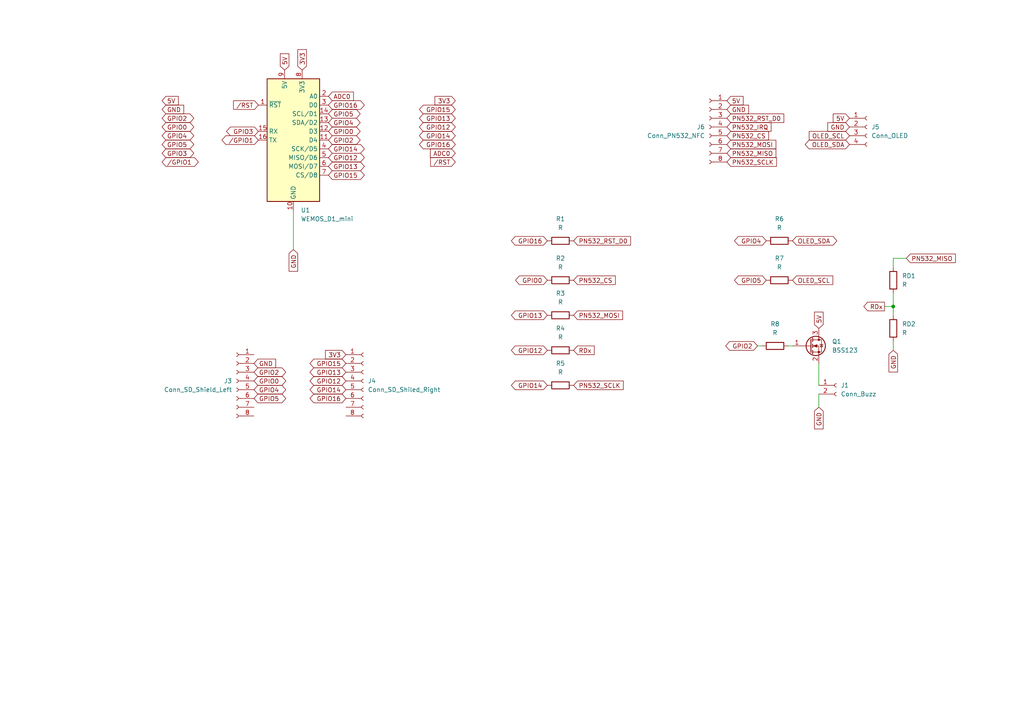
<source format=kicad_sch>
(kicad_sch (version 20250114) (generator "eeschema") (generator_version "9.0")
  (paper "A4")
  (lib_symbols
    (symbol "Connector:Conn_01x02_Socket" (pin_names (offset 1.016) (hide yes))
      (property "Reference" "J" (at 0 2.54 0))
      (property "Value" "Conn_01x02_Socket" (at 0 -5.08 0))
      (symbol "Conn_01x02_Socket_1_1"
        (polyline (pts (xy -1.27 0) (xy -0.508 0)) (stroke (width 0.1524)))
        (polyline (pts (xy -1.27 -2.54) (xy -0.508 -2.54)) (stroke (width 0.1524)))
        (arc (start 0 -0.508) (mid -0.5058 0) (end 0 0.508) (stroke (width 0.1524)))
        (arc (start 0 -3.048) (mid -0.5058 -2.54) (end 0 -2.032) (stroke (width 0.1524)))
        (pin passive line (at -5.08 0 0) (length 3.81) (name "Pin_1") (number "1"))
        (pin passive line (at -5.08 -2.54 0) (length 3.81) (name "Pin_2") (number "2"))
      )
    )
    (symbol "Connector:Conn_01x04_Socket" (pin_names (offset 1.016) (hide yes))
      (property "Reference" "J" (at 0 5.08 0))
      (property "Value" "Conn_01x04_Socket" (at 0 -7.62 0))
      (symbol "Conn_01x04_Socket_1_1"
        (polyline (pts (xy -1.27 2.54) (xy -0.508 2.54)) (stroke (width 0.1524)))
        (polyline (pts (xy -1.27 0) (xy -0.508 0)) (stroke (width 0.1524)))
        (polyline (pts (xy -1.27 -2.54) (xy -0.508 -2.54)) (stroke (width 0.1524)))
        (polyline (pts (xy -1.27 -5.08) (xy -0.508 -5.08)) (stroke (width 0.1524)))
        (arc (start 0 2.032) (mid -0.5058 2.54) (end 0 3.048) (stroke (width 0.1524)))
        (arc (start 0 -0.508) (mid -0.5058 0) (end 0 0.508) (stroke (width 0.1524)))
        (arc (start 0 -3.048) (mid -0.5058 -2.54) (end 0 -2.032) (stroke (width 0.1524)))
        (arc (start 0 -5.588) (mid -0.5058 -5.08) (end 0 -4.572) (stroke (width 0.1524)))
        (pin passive line (at -5.08 2.54 0) (length 3.81) (name "Pin_1") (number "1"))
        (pin passive line (at -5.08 0 0) (length 3.81) (name "Pin_2") (number "2"))
        (pin passive line (at -5.08 -2.54 0) (length 3.81) (name "Pin_3") (number "3"))
        (pin passive line (at -5.08 -5.08 0) (length 3.81) (name "Pin_4") (number "4"))
      )
    )
    (symbol "Connector:Conn_01x08_Socket" (pin_names (offset 1.016) (hide yes))
      (property "Reference" "J" (at 0 10.16 0))
      (property "Value" "Conn_01x08_Socket" (at 0 -12.7 0))
      (symbol "Conn_01x08_Socket_1_1"
        (polyline (pts (xy -1.27 7.62) (xy -0.508 7.62)) (stroke (width 0.1524)))
        (polyline (pts (xy -1.27 5.08) (xy -0.508 5.08)) (stroke (width 0.1524)))
        (polyline (pts (xy -1.27 2.54) (xy -0.508 2.54)) (stroke (width 0.1524)))
        (polyline (pts (xy -1.27 0) (xy -0.508 0)) (stroke (width 0.1524)))
        (polyline (pts (xy -1.27 -2.54) (xy -0.508 -2.54)) (stroke (width 0.1524)))
        (polyline (pts (xy -1.27 -5.08) (xy -0.508 -5.08)) (stroke (width 0.1524)))
        (polyline (pts (xy -1.27 -7.62) (xy -0.508 -7.62)) (stroke (width 0.1524)))
        (polyline (pts (xy -1.27 -10.16) (xy -0.508 -10.16)) (stroke (width 0.1524)))
        (arc (start 0 7.112) (mid -0.5058 7.62) (end 0 8.128) (stroke (width 0.1524)))
        (arc (start 0 4.572) (mid -0.5058 5.08) (end 0 5.588) (stroke (width 0.1524)))
        (arc (start 0 2.032) (mid -0.5058 2.54) (end 0 3.048) (stroke (width 0.1524)))
        (arc (start 0 -0.508) (mid -0.5058 0) (end 0 0.508) (stroke (width 0.1524)))
        (arc (start 0 -3.048) (mid -0.5058 -2.54) (end 0 -2.032) (stroke (width 0.1524)))
        (arc (start 0 -5.588) (mid -0.5058 -5.08) (end 0 -4.572) (stroke (width 0.1524)))
        (arc (start 0 -8.128) (mid -0.5058 -7.62) (end 0 -7.112) (stroke (width 0.1524)))
        (arc (start 0 -10.668) (mid -0.5058 -10.16) (end 0 -9.652) (stroke (width 0.1524)))
        (pin passive line (at -5.08 7.62 0) (length 3.81) (name "Pin_1") (number "1"))
        (pin passive line (at -5.08 5.08 0) (length 3.81) (name "Pin_2") (number "2"))
        (pin passive line (at -5.08 2.54 0) (length 3.81) (name "Pin_3") (number "3"))
        (pin passive line (at -5.08 0 0) (length 3.81) (name "Pin_4") (number "4"))
        (pin passive line (at -5.08 -2.54 0) (length 3.81) (name "Pin_5") (number "5"))
        (pin passive line (at -5.08 -5.08 0) (length 3.81) (name "Pin_6") (number "6"))
        (pin passive line (at -5.08 -7.62 0) (length 3.81) (name "Pin_7") (number "7"))
        (pin passive line (at -5.08 -10.16 0) (length 3.81) (name "Pin_8") (number "8"))
      )
    )
    (symbol "Device:R" (pin_numbers (hide yes)) (pin_names (offset 0))
      (property "Reference" "R" (at 2.032 0 90))
      (property "Value" "R" (at 0 0 90))
      (symbol "R_0_1"
        (rectangle (start -1.016 -2.54) (end 1.016 2.54) (stroke (width 0.254)))
      )
      (symbol "R_1_1"
        (pin passive line (at 0 3.81 270) (length 1.27) (name "~") (number "1"))
        (pin passive line (at 0 -3.81 90) (length 1.27) (name "~") (number "2"))
      )
    )
    (symbol "RF_Module:WEMOS_D1_mini"
      (property "Reference" "U" (at 3.81 19.05 0))
      (property "Value" "WEMOS_D1_mini" (at 1.27 -19.05 0))
      (symbol "WEMOS_D1_mini_1_1"
        (rectangle (start -7.62 17.78) (end 7.62 -17.78) (stroke (width 0.254)) (fill (type background)))
        (pin input line (at -10.16 10.16 0) (length 2.54) (name "~{RST}") (number "1"))
        (pin input line (at -10.16 2.54 0) (length 2.54) (name "RX") (number "15"))
        (pin output line (at -10.16 0 0) (length 2.54) (name "TX") (number "16"))
        (pin power_in line (at -2.54 20.32 270) (length 2.54) (name "5V") (number "9"))
        (pin power_in line (at 0 -20.32 90) (length 2.54) (name "GND") (number "10"))
        (pin power_out line (at 2.54 20.32 270) (length 2.54) (name "3V3") (number "8"))
        (pin input line (at 10.16 12.7 180) (length 2.54) (name "A0") (number "2"))
        (pin bidirectional line (at 10.16 10.16 180) (length 2.54) (name "D0") (number "3"))
        (pin bidirectional line (at 10.16 7.62 180) (length 2.54) (name "SCL/D1") (number "14"))
        (pin bidirectional line (at 10.16 5.08 180) (length 2.54) (name "SDA/D2") (number "13"))
        (pin bidirectional line (at 10.16 2.54 180) (length 2.54) (name "D3") (number "12"))
        (pin bidirectional line (at 10.16 0 180) (length 2.54) (name "D4") (number "11"))
        (pin bidirectional line (at 10.16 -2.54 180) (length 2.54) (name "SCK/D5") (number "4"))
        (pin bidirectional line (at 10.16 -5.08 180) (length 2.54) (name "MISO/D6") (number "5"))
        (pin bidirectional line (at 10.16 -7.62 180) (length 2.54) (name "MOSI/D7") (number "6"))
        (pin bidirectional line (at 10.16 -10.16 180) (length 2.54) (name "CS/D8") (number "7"))
      )
    )
    (symbol "Transistor_FET:BSS123" (pin_names (hide yes))
      (property "Reference" "Q" (at 5.08 1.905 0))
      (property "Value" "BSS123" (at 5.08 0 0))
      (symbol "BSS123_0_1"
        (polyline (pts (xy 0.254 1.905) (xy 0.254 -1.905)) (stroke (width 0.254)))
        (polyline (pts (xy 0.254 0) (xy -2.54 0)))
        (polyline (pts (xy 0.762 2.286) (xy 0.762 1.27)) (stroke (width 0.254)))
        (polyline (pts (xy 0.762 0.508) (xy 0.762 -0.508)) (stroke (width 0.254)))
        (polyline (pts (xy 0.762 -1.27) (xy 0.762 -2.286)) (stroke (width 0.254)))
        (polyline (pts (xy 0.762 -1.778) (xy 3.302 -1.778) (xy 3.302 1.778) (xy 0.762 1.778)))
        (polyline (pts (xy 1.016 0) (xy 2.032 0.381) (xy 2.032 -0.381) (xy 1.016 0)) (fill (type outline)))
        (circle (center 1.651 0) (radius 2.794) (stroke (width 0.254)))
        (polyline (pts (xy 2.54 2.54) (xy 2.54 1.778)))
        (circle (center 2.54 1.778) (radius 0.254) (fill (type outline)))
        (circle (center 2.54 -1.778) (radius 0.254) (fill (type outline)))
        (polyline (pts (xy 2.54 -2.54) (xy 2.54 0) (xy 0.762 0)))
        (polyline (pts (xy 2.794 0.508) (xy 2.921 0.381) (xy 3.683 0.381) (xy 3.81 0.254)))
        (polyline (pts (xy 3.302 0.381) (xy 2.921 -0.254) (xy 3.683 -0.254) (xy 3.302 0.381)))
      )
      (symbol "BSS123_1_1"
        (pin input line (at -5.08 0 0) (length 2.54) (name "G") (number "1"))
        (pin passive line (at 2.54 5.08 270) (length 2.54) (name "D") (number "3"))
        (pin passive line (at 2.54 -5.08 90) (length 2.54) (name "S") (number "2"))
      )
    )
  )
  (junction (at 259.08 88.9))
  (wire (pts (xy 259.08 88.9) (xy 259.08 85.09)))
  (wire (pts (xy 219.71 100.33) (xy 220.98 100.33)))
  (wire (pts (xy 228.6 100.33) (xy 229.87 100.33)))
  (wire (pts (xy 237.49 111.76) (xy 237.49 105.41)))
  (wire (pts (xy 256.54 88.9) (xy 259.08 88.9)))
  (wire (pts (xy 85.09 60.96) (xy 85.09 72.39)))
  (wire (pts (xy 259.08 74.93) (xy 259.08 77.47)))
  (wire (pts (xy 259.08 91.44) (xy 259.08 88.9)))
  (wire (pts (xy 237.49 118.11) (xy 237.49 114.3)))
  (wire (pts (xy 259.08 101.6) (xy 259.08 99.06)))
  (wire (pts (xy 262.89 74.93) (xy 259.08 74.93)))
  (global_label "{slash}GPIO1" (shape bidirectional) (at 46.99 46.99 0) (property "Intersheetrefs" "${INTERSHEET_REFS}" (effects (hide yes))))
  (global_label "GPIO4" (shape bidirectional) (at 73.66 113.03 0) (property "Intersheetrefs" "${INTERSHEET_REFS}" (effects (hide yes))))
  (global_label "GPIO0" (shape bidirectional) (at 158.75 81.28 180) (property "Intersheetrefs" "${INTERSHEET_REFS}" (effects (hide yes))))
  (global_label "5V" (shape input) (at 210.82 29.21 0) (property "Intersheetrefs" "${INTERSHEET_REFS}" (effects (hide yes))))
  (global_label "GPIO2" (shape bidirectional) (at 95.25 40.64 0) (property "Intersheetrefs" "${INTERSHEET_REFS}" (effects (hide yes))))
  (global_label "GND" (shape input) (at 259.08 101.6 270) (property "Intersheetrefs" "${INTERSHEET_REFS}" (effects (hide yes))))
  (global_label "GPIO14" (shape bidirectional) (at 158.75 111.76 180) (property "Intersheetrefs" "${INTERSHEET_REFS}" (effects (hide yes))))
  (global_label "5V" (shape input) (at 246.38 34.29 180) (property "Intersheetrefs" "${INTERSHEET_REFS}" (effects (hide yes))))
  (global_label "GPIO3" (shape bidirectional) (at 74.93 38.1 180) (property "Intersheetrefs" "${INTERSHEET_REFS}" (effects (hide yes))))
  (global_label "PN532_MOSI" (shape input) (at 210.82 41.91 0) (property "Intersheetrefs" "${INTERSHEET_REFS}" (effects (hide yes))))
  (global_label "GPIO5" (shape bidirectional) (at 46.99 41.91 0) (property "Intersheetrefs" "${INTERSHEET_REFS}" (effects (hide yes))))
  (global_label "OLED_SDA" (shape bidirectional) (at 229.87 69.85 0) (property "Intersheetrefs" "${INTERSHEET_REFS}" (effects (hide yes))))
  (global_label "GND" (shape input) (at 73.66 105.41 0) (property "Intersheetrefs" "${INTERSHEET_REFS}" (effects (hide yes))))
  (global_label "GPIO16" (shape bidirectional) (at 132.08 41.91 180) (property "Intersheetrefs" "${INTERSHEET_REFS}" (effects (hide yes))))
  (global_label "GND" (shape input) (at 46.99 31.75 0) (property "Intersheetrefs" "${INTERSHEET_REFS}" (effects (hide yes))))
  (global_label "{slash}RST" (shape input) (at 74.93 30.48 180) (property "Intersheetrefs" "${INTERSHEET_REFS}" (effects (hide yes))))
  (global_label "PN532_MISO" (shape input) (at 262.89 74.93 0) (property "Intersheetrefs" "${INTERSHEET_REFS}" (effects (hide yes))))
  (global_label "PN532_MOSI" (shape input) (at 166.37 91.44 0) (property "Intersheetrefs" "${INTERSHEET_REFS}" (effects (hide yes))))
  (global_label "GPIO16" (shape bidirectional) (at 100.33 115.57 180) (property "Intersheetrefs" "${INTERSHEET_REFS}" (effects (hide yes))))
  (global_label "GPIO4" (shape bidirectional) (at 46.99 39.37 0) (property "Intersheetrefs" "${INTERSHEET_REFS}" (effects (hide yes))))
  (global_label "PN532_SCLK" (shape input) (at 166.37 111.76 0) (property "Intersheetrefs" "${INTERSHEET_REFS}" (effects (hide yes))))
  (global_label "GND" (shape input) (at 237.49 118.11 270) (property "Intersheetrefs" "${INTERSHEET_REFS}" (effects (hide yes))))
  (global_label "GND" (shape input) (at 85.09 72.39 270) (property "Intersheetrefs" "${INTERSHEET_REFS}" (effects (hide yes))))
  (global_label "GPIO12" (shape bidirectional) (at 95.25 45.72 0) (property "Intersheetrefs" "${INTERSHEET_REFS}" (effects (hide yes))))
  (global_label "3V3" (shape input) (at 87.63 20.32 90) (property "Intersheetrefs" "${INTERSHEET_REFS}" (effects (hide yes))))
  (global_label "GPIO14" (shape bidirectional) (at 95.25 43.18 0) (property "Intersheetrefs" "${INTERSHEET_REFS}" (effects (hide yes))))
  (global_label "GPIO5" (shape bidirectional) (at 222.25 81.28 180) (property "Intersheetrefs" "${INTERSHEET_REFS}" (effects (hide yes))))
  (global_label "5V" (shape input) (at 237.49 95.25 90) (property "Intersheetrefs" "${INTERSHEET_REFS}" (effects (hide yes))))
  (global_label "OLED_SCL" (shape input) (at 229.87 81.28 0) (property "Intersheetrefs" "${INTERSHEET_REFS}" (effects (hide yes))))
  (global_label "GPIO4" (shape bidirectional) (at 95.25 35.56 0) (property "Intersheetrefs" "${INTERSHEET_REFS}" (effects (hide yes))))
  (global_label "GPIO15" (shape bidirectional) (at 95.25 50.8 0) (property "Intersheetrefs" "${INTERSHEET_REFS}" (effects (hide yes))))
  (global_label "ADC0" (shape input) (at 132.08 44.45 180) (property "Intersheetrefs" "${INTERSHEET_REFS}" (effects (hide yes))))
  (global_label "GPIO12" (shape bidirectional) (at 158.75 101.6 180) (property "Intersheetrefs" "${INTERSHEET_REFS}" (effects (hide yes))))
  (global_label "GPIO4" (shape bidirectional) (at 222.25 69.85 180) (property "Intersheetrefs" "${INTERSHEET_REFS}" (effects (hide yes))))
  (global_label "GPIO12" (shape bidirectional) (at 100.33 110.49 180) (property "Intersheetrefs" "${INTERSHEET_REFS}" (effects (hide yes))))
  (global_label "PN532_CS" (shape input) (at 210.82 39.37 0) (property "Intersheetrefs" "${INTERSHEET_REFS}" (effects (hide yes))))
  (global_label "GPIO13" (shape bidirectional) (at 132.08 34.29 180) (property "Intersheetrefs" "${INTERSHEET_REFS}" (effects (hide yes))))
  (global_label "GPIO14" (shape bidirectional) (at 100.33 113.03 180) (property "Intersheetrefs" "${INTERSHEET_REFS}" (effects (hide yes))))
  (global_label "GPIO3" (shape bidirectional) (at 46.99 44.45 0) (property "Intersheetrefs" "${INTERSHEET_REFS}" (effects (hide yes))))
  (global_label "3V3" (shape input) (at 100.33 102.87 180) (property "Intersheetrefs" "${INTERSHEET_REFS}" (effects (hide yes))))
  (global_label "OLED_SDA" (shape bidirectional) (at 246.38 41.91 180) (property "Intersheetrefs" "${INTERSHEET_REFS}" (effects (hide yes))))
  (global_label "5V" (shape input) (at 82.55 20.32 90) (property "Intersheetrefs" "${INTERSHEET_REFS}" (effects (hide yes))))
  (global_label "GPIO16" (shape bidirectional) (at 158.75 69.85 180) (property "Intersheetrefs" "${INTERSHEET_REFS}" (effects (hide yes))))
  (global_label "GND" (shape input) (at 246.38 36.83 180) (property "Intersheetrefs" "${INTERSHEET_REFS}" (effects (hide yes))))
  (global_label "GPIO12" (shape bidirectional) (at 132.08 36.83 180) (property "Intersheetrefs" "${INTERSHEET_REFS}" (effects (hide yes))))
  (global_label "GPIO2" (shape bidirectional) (at 46.99 34.29 0) (property "Intersheetrefs" "${INTERSHEET_REFS}" (effects (hide yes))))
  (global_label "PN532_SCLK" (shape input) (at 210.82 46.99 0) (property "Intersheetrefs" "${INTERSHEET_REFS}" (effects (hide yes))))
  (global_label "GPIO14" (shape bidirectional) (at 132.08 39.37 180) (property "Intersheetrefs" "${INTERSHEET_REFS}" (effects (hide yes))))
  (global_label "GPIO2" (shape bidirectional) (at 219.71 100.33 180) (property "Intersheetrefs" "${INTERSHEET_REFS}" (effects (hide yes))))
  (global_label "GPIO0" (shape bidirectional) (at 73.66 110.49 0) (property "Intersheetrefs" "${INTERSHEET_REFS}" (effects (hide yes))))
  (global_label "GPIO16" (shape bidirectional) (at 95.25 30.48 0) (property "Intersheetrefs" "${INTERSHEET_REFS}" (effects (hide yes))))
  (global_label "PN532_RST_D0" (shape input) (at 210.82 34.29 0) (property "Intersheetrefs" "${INTERSHEET_REFS}" (effects (hide yes))))
  (global_label "GPIO15" (shape bidirectional) (at 100.33 105.41 180) (property "Intersheetrefs" "${INTERSHEET_REFS}" (effects (hide yes))))
  (global_label "GPIO0" (shape bidirectional) (at 95.25 38.1 0) (property "Intersheetrefs" "${INTERSHEET_REFS}" (effects (hide yes))))
  (global_label "PN532_MISO" (shape input) (at 210.82 44.45 0) (property "Intersheetrefs" "${INTERSHEET_REFS}" (effects (hide yes))))
  (global_label "PN532_RST_D0" (shape input) (at 166.37 69.85 0) (property "Intersheetrefs" "${INTERSHEET_REFS}" (effects (hide yes))))
  (global_label "GPIO5" (shape bidirectional) (at 95.25 33.02 0) (property "Intersheetrefs" "${INTERSHEET_REFS}" (effects (hide yes))))
  (global_label "OLED_SCL" (shape input) (at 246.38 39.37 180) (property "Intersheetrefs" "${INTERSHEET_REFS}" (effects (hide yes))))
  (global_label "GPIO15" (shape bidirectional) (at 132.08 31.75 180) (property "Intersheetrefs" "${INTERSHEET_REFS}" (effects (hide yes))))
  (global_label "PN532_CS" (shape input) (at 166.37 81.28 0) (property "Intersheetrefs" "${INTERSHEET_REFS}" (effects (hide yes))))
  (global_label "RDx" (shape input) (at 166.37 101.6 0) (property "Intersheetrefs" "${INTERSHEET_REFS}" (effects (hide yes))))
  (global_label "GPIO2" (shape bidirectional) (at 73.66 107.95 0) (property "Intersheetrefs" "${INTERSHEET_REFS}" (effects (hide yes))))
  (global_label "GPIO13" (shape bidirectional) (at 95.25 48.26 0) (property "Intersheetrefs" "${INTERSHEET_REFS}" (effects (hide yes))))
  (global_label "{slash}RST" (shape input) (at 132.08 46.99 180) (property "Intersheetrefs" "${INTERSHEET_REFS}" (effects (hide yes))))
  (global_label "GND" (shape input) (at 210.82 31.75 0) (property "Intersheetrefs" "${INTERSHEET_REFS}" (effects (hide yes))))
  (global_label "GPIO13" (shape bidirectional) (at 100.33 107.95 180) (property "Intersheetrefs" "${INTERSHEET_REFS}" (effects (hide yes))))
  (global_label "5V" (shape input) (at 46.99 29.21 0) (property "Intersheetrefs" "${INTERSHEET_REFS}" (effects (hide yes))))
  (global_label "GPIO5" (shape bidirectional) (at 73.66 115.57 0) (property "Intersheetrefs" "${INTERSHEET_REFS}" (effects (hide yes))))
  (global_label "ADC0" (shape input) (at 95.25 27.94 0) (property "Intersheetrefs" "${INTERSHEET_REFS}" (effects (hide yes))))
  (global_label "GPIO0" (shape bidirectional) (at 46.99 36.83 0) (property "Intersheetrefs" "${INTERSHEET_REFS}" (effects (hide yes))))
  (global_label "GPIO13" (shape bidirectional) (at 158.75 91.44 180) (property "Intersheetrefs" "${INTERSHEET_REFS}" (effects (hide yes))))
  (global_label "3V3" (shape input) (at 132.08 29.21 180) (property "Intersheetrefs" "${INTERSHEET_REFS}" (effects (hide yes))))
  (global_label "PN532_IRQ" (shape input) (at 210.82 36.83 0) (property "Intersheetrefs" "${INTERSHEET_REFS}" (effects (hide yes))))
  (global_label "{slash}GPIO1" (shape bidirectional) (at 74.93 40.64 180) (property "Intersheetrefs" "${INTERSHEET_REFS}" (effects (hide yes))))
  (global_label "RDx" (shape output) (at 256.54 88.9 180) (property "Intersheetrefs" "${INTERSHEET_REFS}" (effects (hide yes))))
  (symbol (lib_id "Connector:Conn_01x08_Socket") (at 205.74 36.83 0) (mirror y) (unit 1)
    (property "Reference" "J6" (at 204.47 36.8299 0) (effects (justify left)))
    (property "Value" "Conn_PN532_NFC" (at 204.47 39.3699 0) (effects (justify left)))
    (property "Footprint" "Connector_PinHeader_2.54mm:PinHeader_1x08_P2.54mm_Vertical" (effects (hide yes)))
    (property "Description" "Generic connector, single row, 01x08, script generated" (effects (hide yes)))
  )
  (symbol (lib_id "Device:R") (at 162.56 101.6 90) (unit 1)
    (property "Reference" "R4" (at 162.56 95.25 90))
    (property "Value" "R" (at 162.56 97.79 90))
    (property "Footprint" "Resistor_SMD:R_1206_3216Metric_Pad1.30x1.75mm_HandSolder" (effects (hide yes)))
    (property "Description" "Resistor" (effects (hide yes)))
  )
  (symbol (lib_id "Device:R") (at 226.06 69.85 90) (unit 1)
    (property "Reference" "R6" (at 226.06 63.5 90))
    (property "Value" "R" (at 226.06 66.04 90))
    (property "Footprint" "Resistor_SMD:R_1206_3216Metric_Pad1.30x1.75mm_HandSolder" (effects (hide yes)))
    (property "Description" "Resistor" (effects (hide yes)))
  )
  (symbol (lib_id "Connector:Conn_01x08_Socket") (at 105.41 110.49 0) (unit 1)
    (property "Reference" "J4" (at 106.68 110.4899 0) (effects (justify left)))
    (property "Value" "Conn_SD_Shiled_Right" (at 106.68 113.0299 0) (effects (justify left)))
    (property "Footprint" "Connector_PinSocket_2.54mm:PinSocket_1x08_P2.54mm_Vertical" (effects (hide yes)))
    (property "Description" "Generic connector, single row, 01x08, script generated" (effects (hide yes)))
  )
  (symbol (lib_id "Connector:Conn_01x08_Socket") (at 68.58 110.49 0) (mirror y) (unit 1)
    (property "Reference" "J3" (at 67.31 110.4899 0) (effects (justify left)))
    (property "Value" "Conn_SD_Shield_Left" (at 67.31 113.0299 0) (effects (justify left)))
    (property "Footprint" "Connector_PinSocket_2.54mm:PinSocket_1x08_P2.54mm_Vertical" (effects (hide yes)))
    (property "Description" "Generic connector, single row, 01x08, script generated" (effects (hide yes)))
  )
  (symbol (lib_id "Connector:Conn_01x04_Socket") (at 251.46 36.83 0) (unit 1)
    (property "Reference" "J5" (at 252.73 36.8299 0) (effects (justify left)))
    (property "Value" "Conn_OLED" (at 252.73 39.3699 0) (effects (justify left)))
    (property "Footprint" "Connector_PinHeader_2.54mm:PinHeader_1x04_P2.54mm_Vertical" (effects (hide yes)))
    (property "Description" "Generic connector, single row, 01x04, script generated" (effects (hide yes)))
  )
  (symbol (lib_id "Device:R") (at 162.56 81.28 90) (unit 1)
    (property "Reference" "R2" (at 162.56 74.93 90))
    (property "Value" "R" (at 162.56 77.47 90))
    (property "Footprint" "Resistor_SMD:R_1206_3216Metric_Pad1.30x1.75mm_HandSolder" (effects (hide yes)))
    (property "Description" "Resistor" (effects (hide yes)))
  )
  (symbol (lib_id "Device:R") (at 259.08 81.28 0) (unit 1)
    (property "Reference" "RD1" (at 261.62 80.0099 0) (effects (justify left)))
    (property "Value" "R" (at 261.62 82.5499 0) (effects (justify left)))
    (property "Footprint" "Resistor_SMD:R_1206_3216Metric_Pad1.30x1.75mm_HandSolder" (effects (hide yes)))
    (property "Description" "Resistor" (effects (hide yes)))
  )
  (symbol (lib_id "Device:R") (at 162.56 69.85 90) (unit 1)
    (property "Reference" "R1" (at 162.56 63.5 90))
    (property "Value" "R" (at 162.56 66.04 90))
    (property "Footprint" "Resistor_SMD:R_1206_3216Metric_Pad1.30x1.75mm_HandSolder" (effects (hide yes)))
    (property "Description" "Resistor" (effects (hide yes)))
  )
  (symbol (lib_id "Connector:Conn_01x02_Socket") (at 242.57 111.76 0) (unit 1)
    (property "Reference" "J1" (at 243.84 111.7599 0) (effects (justify left)))
    (property "Value" "Conn_Buzz" (at 243.84 114.2999 0) (effects (justify left)))
    (property "Footprint" "Connector_PinHeader_2.54mm:PinHeader_1x02_P2.54mm_Horizontal" (effects (hide yes)))
    (property "Description" "Generic connector, single row, 01x02, script generated" (effects (hide yes)))
  )
  (symbol (lib_id "Device:R") (at 162.56 111.76 90) (unit 1)
    (property "Reference" "R5" (at 162.56 105.41 90))
    (property "Value" "R" (at 162.56 107.95 90))
    (property "Footprint" "Resistor_SMD:R_1206_3216Metric_Pad1.30x1.75mm_HandSolder" (effects (hide yes)))
    (property "Description" "Resistor" (effects (hide yes)))
  )
  (symbol (lib_id "Device:R") (at 226.06 81.28 90) (unit 1)
    (property "Reference" "R7" (at 226.06 74.93 90))
    (property "Value" "R" (at 226.06 77.47 90))
    (property "Footprint" "Resistor_SMD:R_1206_3216Metric_Pad1.30x1.75mm_HandSolder" (effects (hide yes)))
    (property "Description" "Resistor" (effects (hide yes)))
  )
  (symbol (lib_id "RF_Module:WEMOS_D1_mini") (at 85.09 40.64 0) (unit 1)
    (property "Reference" "U1" (at 87.2333 60.96 0) (effects (justify left)))
    (property "Value" "WEMOS_D1_mini" (at 87.2333 63.5 0) (effects (justify left)))
    (property "Footprint" "RF_Module:WEMOS_D1_mini_light" (effects (hide yes)))
    (property "Datasheet" "https://wiki.wemos.cc/products:d1:d1_mini#documentation" (effects (hide yes)))
    (property "Description" "32-bit microcontroller module with WiFi" (effects (hide yes)))
  )
  (symbol (lib_id "Transistor_FET:BSS123") (at 234.95 100.33 0) (unit 1)
    (property "Reference" "Q1" (at 241.3 99.0599 0) (effects (justify left)))
    (property "Value" "BSS123" (at 241.3 101.5999 0) (effects (justify left)))
    (property "Footprint" "Package_TO_SOT_SMD:SOT-23_Handsoldering" (effects (hide yes)))
    (property "Datasheet" "http://www.diodes.com/assets/Datasheets/ds30366.pdf" (effects (hide yes)))
    (property "Description" "0.17A Id, 100V Vds, N-Channel MOSFET, SOT-23" (effects (hide yes)))
  )
  (symbol (lib_id "Device:R") (at 162.56 91.44 90) (unit 1)
    (property "Reference" "R3" (at 162.56 85.09 90))
    (property "Value" "R" (at 162.56 87.63 90))
    (property "Footprint" "Resistor_SMD:R_1206_3216Metric_Pad1.30x1.75mm_HandSolder" (effects (hide yes)))
    (property "Description" "Resistor" (effects (hide yes)))
  )
  (symbol (lib_id "Device:R") (at 259.08 95.25 0) (unit 1)
    (property "Reference" "RD2" (at 261.62 93.9799 0) (effects (justify left)))
    (property "Value" "R" (at 261.62 96.5199 0) (effects (justify left)))
    (property "Footprint" "Resistor_SMD:R_1206_3216Metric_Pad1.30x1.75mm_HandSolder" (effects (hide yes)))
    (property "Description" "Resistor" (effects (hide yes)))
  )
  (symbol (lib_id "Device:R") (at 224.79 100.33 90) (unit 1)
    (property "Reference" "R8" (at 224.79 93.98 90))
    (property "Value" "R" (at 224.79 96.52 90))
    (property "Footprint" "Resistor_SMD:R_1206_3216Metric_Pad1.30x1.75mm_HandSolder" (effects (hide yes)))
    (property "Description" "Resistor" (effects (hide yes)))
  )
)
</source>
